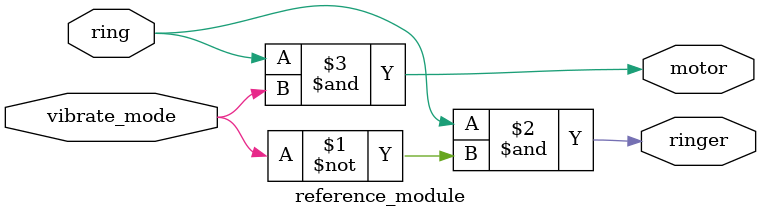
<source format=sv>
module reference_module(
	input ring, 
	input vibrate_mode,
	output ringer,
	output motor
);
	
	assign ringer = ring & ~vibrate_mode;
	assign motor = ring & vibrate_mode;
	
endmodule

</source>
